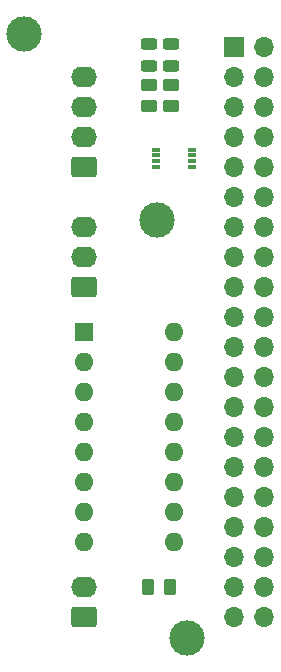
<source format=gbr>
%TF.GenerationSoftware,KiCad,Pcbnew,7.0.9*%
%TF.CreationDate,2025-01-30T11:34:31+00:00*%
%TF.ProjectId,Pi Hat,50692048-6174-42e6-9b69-6361645f7063,rev?*%
%TF.SameCoordinates,Original*%
%TF.FileFunction,Soldermask,Top*%
%TF.FilePolarity,Negative*%
%FSLAX46Y46*%
G04 Gerber Fmt 4.6, Leading zero omitted, Abs format (unit mm)*
G04 Created by KiCad (PCBNEW 7.0.9) date 2025-01-30 11:34:31*
%MOMM*%
%LPD*%
G01*
G04 APERTURE LIST*
G04 Aperture macros list*
%AMRoundRect*
0 Rectangle with rounded corners*
0 $1 Rounding radius*
0 $2 $3 $4 $5 $6 $7 $8 $9 X,Y pos of 4 corners*
0 Add a 4 corners polygon primitive as box body*
4,1,4,$2,$3,$4,$5,$6,$7,$8,$9,$2,$3,0*
0 Add four circle primitives for the rounded corners*
1,1,$1+$1,$2,$3*
1,1,$1+$1,$4,$5*
1,1,$1+$1,$6,$7*
1,1,$1+$1,$8,$9*
0 Add four rect primitives between the rounded corners*
20,1,$1+$1,$2,$3,$4,$5,0*
20,1,$1+$1,$4,$5,$6,$7,0*
20,1,$1+$1,$6,$7,$8,$9,0*
20,1,$1+$1,$8,$9,$2,$3,0*%
G04 Aperture macros list end*
%ADD10RoundRect,0.250000X-0.450000X0.262500X-0.450000X-0.262500X0.450000X-0.262500X0.450000X0.262500X0*%
%ADD11C,3.000000*%
%ADD12RoundRect,0.250000X0.262500X0.450000X-0.262500X0.450000X-0.262500X-0.450000X0.262500X-0.450000X0*%
%ADD13R,0.800000X0.300000*%
%ADD14R,1.600000X1.600000*%
%ADD15O,1.600000X1.600000*%
%ADD16RoundRect,0.243750X0.456250X-0.243750X0.456250X0.243750X-0.456250X0.243750X-0.456250X-0.243750X0*%
%ADD17RoundRect,0.250000X0.845000X-0.620000X0.845000X0.620000X-0.845000X0.620000X-0.845000X-0.620000X0*%
%ADD18O,2.190000X1.740000*%
%ADD19R,1.700000X1.700000*%
%ADD20O,1.700000X1.700000*%
G04 APERTURE END LIST*
D10*
%TO.C,R3*%
X106426000Y-64135000D03*
X106426000Y-65960000D03*
%TD*%
D11*
%TO.C,TP1*%
X105200000Y-75600000D03*
%TD*%
D12*
%TO.C,R1*%
X106322500Y-106680000D03*
X104497500Y-106680000D03*
%TD*%
D13*
%TO.C,U1*%
X108230000Y-71120000D03*
X108230000Y-70620000D03*
X108230000Y-70120000D03*
X108230000Y-69620000D03*
X105130000Y-69620000D03*
X105130000Y-70120000D03*
X105130000Y-70620000D03*
X105130000Y-71120000D03*
%TD*%
D10*
%TO.C,R2*%
X104521000Y-64135000D03*
X104521000Y-65960000D03*
%TD*%
D14*
%TO.C,IC1*%
X99060000Y-85080000D03*
D15*
X99060000Y-87620000D03*
X99060000Y-90160000D03*
X99060000Y-92700000D03*
X99060000Y-95240000D03*
X99060000Y-97780000D03*
X99060000Y-100320000D03*
X99060000Y-102860000D03*
X106680000Y-102860000D03*
X106680000Y-100320000D03*
X106680000Y-97780000D03*
X106680000Y-95240000D03*
X106680000Y-92700000D03*
X106680000Y-90160000D03*
X106680000Y-87620000D03*
X106680000Y-85080000D03*
%TD*%
D16*
%TO.C,D1*%
X104521000Y-62581000D03*
X104521000Y-60706000D03*
%TD*%
%TO.C,D2*%
X106426000Y-62581000D03*
X106426000Y-60706000D03*
%TD*%
D17*
%TO.C,J1*%
X99060000Y-71120000D03*
D18*
X99060000Y-68580000D03*
X99060000Y-66040000D03*
X99060000Y-63500000D03*
%TD*%
D17*
%TO.C,J3*%
X99060000Y-81280000D03*
D18*
X99060000Y-78740000D03*
X99060000Y-76200000D03*
%TD*%
D11*
%TO.C,TP3*%
X107800000Y-111000000D03*
%TD*%
%TO.C,TP2*%
X94000000Y-59800000D03*
%TD*%
D17*
%TO.C,J4*%
X99060000Y-109220000D03*
D18*
X99060000Y-106680000D03*
%TD*%
D19*
%TO.C,J2*%
X111760000Y-60960000D03*
D20*
X114300000Y-60960000D03*
X111760000Y-63500000D03*
X114300000Y-63500000D03*
X111760000Y-66040000D03*
X114300000Y-66040000D03*
X111760000Y-68580000D03*
X114300000Y-68580000D03*
X111760000Y-71120000D03*
X114300000Y-71120000D03*
X111760000Y-73660000D03*
X114300000Y-73660000D03*
X111760000Y-76200000D03*
X114300000Y-76200000D03*
X111760000Y-78740000D03*
X114300000Y-78740000D03*
X111760000Y-81280000D03*
X114300000Y-81280000D03*
X111760000Y-83820000D03*
X114300000Y-83820000D03*
X111760000Y-86360000D03*
X114300000Y-86360000D03*
X111760000Y-88900000D03*
X114300000Y-88900000D03*
X111760000Y-91440000D03*
X114300000Y-91440000D03*
X111760000Y-93980000D03*
X114300000Y-93980000D03*
X111760000Y-96520000D03*
X114300000Y-96520000D03*
X111760000Y-99060000D03*
X114300000Y-99060000D03*
X111760000Y-101600000D03*
X114300000Y-101600000D03*
X111760000Y-104140000D03*
X114300000Y-104140000D03*
X111760000Y-106680000D03*
X114300000Y-106680000D03*
X111760000Y-109220000D03*
X114300000Y-109220000D03*
%TD*%
M02*

</source>
